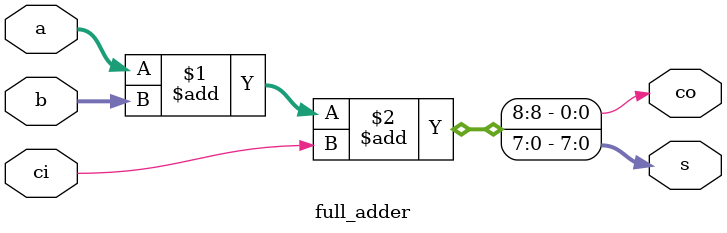
<source format=v>
/*

Name:				ALU Output (also called ALU Result)
Schematic Source:   https://easyeda.com/weirdboyjim/alu-output
Schematic Rev:		1.0 (2020-11-25)
Designer:			James Sharman (weirdboyjim)

FPGA/Verilog: 		George Smart (@m1geo) http://www.george-smart.co.uk
Project Source:		https://github.com/m1geo/JamesSharmanPipelinedCPU
Verilog Rev:		1.0 (2022-05-14)

Module notes:
	Video:			https://www.youtube.com/watch?v=2PUC_Baumbg (design)
	Video:			https://www.youtube.com/watch?v=UCk36aS62P4 (PCB)
	
*/

module ALU_Output (

	input 			AluClock,
	
	// MAINBUS
	output	[7:0]	MainBus,
	
	// SHIFTOUT3 (LHS)
	input	[7:0]	Shift,

	// LOGICOUT3 (RHS)
	input	[7:0]	Logic,

	// FLAGS
	output			Flags_0_Overflow,
	output			Flags_1_Sign,
	output			Flags_2_Zero,
	output			Flags_3_CarryA,
	output			Flags_4_CarryL,

	// CARRYCTRL
	input			LCARRYNEW,
	input			AC6_CS0,
	input			AC7_CS1,
	input			Alu_Assert //active low
);

	// Adder result output
	wire [7:0] Res;
	wire ACarryOut;
	wire ACarryIn;
	
	// Delay signals by clock cycle to match with pipeline
	// These signals are dispatched by an earlier pipeline stage
	reg CarrySelect0;
	reg CarrySelect1;
	reg Flags_4_CarryL_reg;
	reg ACarryPrev;
	always @ (posedge AluClock) begin
		CarrySelect0       <= AC6_CS0;
		CarrySelect1       <= AC7_CS1;
		Flags_4_CarryL_reg <= LCARRYNEW;
		ACarryPrev         <= ACarryOut;
	end
	
	// Arithmetic Carry Input Selector
	//   CS[1:0] = 0	1'b0 (Zero)
	//   CS[1:0] = 1	ACarryPrev (previous cycle carry value [useful for >8bit operations])
	//   CS[1:0] = 2	1'b1 (One)
	//   CS[1:0] = 3	1'b0 (Zero [spare, not currently used])
	assign ACarryIn = CarrySelect1 ? (CarrySelect0 ? 1'b0 : 1'b1) : (CarrySelect0 ? ACarryPrev : 1'b0);
	
	// 8-bit full adder, module defined below.
	full_adder fa ( .a(Shift), .b(Logic), .s(Res), .ci(ACarryIn), .co(ACarryOut) );
	
	// Outputs & tri-stating
	assign MainBus = Alu_Assert ? 8'bZ : Res;
	assign Flags_0_Overflow = ( (Res[7] ^ Shift[7]) & (Res[7] ^ Logic[7]) ); // Overflow checks for valid input combinations - see video 33 for detail
	assign Flags_1_Sign     = Res[7]; // 2's compliment MSB is signed bit.
	assign Flags_2_Zero     = ~|Res; // 8bit NOR
	assign Flags_3_CarryA   = ACarryOut;
	assign Flags_4_CarryL   = Flags_4_CarryL_reg;
	

endmodule

// Verilog Full Adder, inspired by https://www.chipverify.com/verilog/verilog-full-adder
module full_adder (
	input	[7:0]	a,
	input	[7:0]	b,
	input			ci,
	output	[7:0]	s,
	output			co
);
	
	assign {co, s} = a + b + ci;
	
endmodule

</source>
